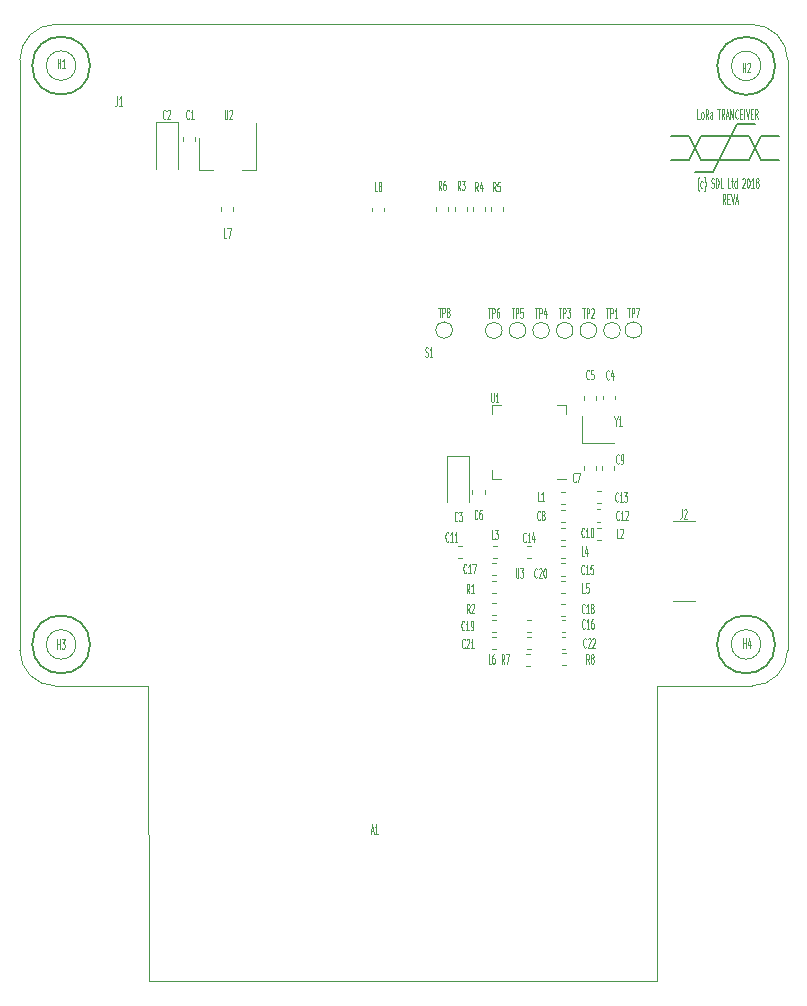
<source format=gbr>
G04 #@! TF.GenerationSoftware,KiCad,Pcbnew,5.0.1-33cea8e~68~ubuntu18.04.1*
G04 #@! TF.CreationDate,2019-02-10T11:00:50+00:00*
G04 #@! TF.ProjectId,LoRa-hat,4C6F52612D6861742E6B696361645F70,rev?*
G04 #@! TF.SameCoordinates,Original*
G04 #@! TF.FileFunction,Legend,Top*
G04 #@! TF.FilePolarity,Positive*
%FSLAX46Y46*%
G04 Gerber Fmt 4.6, Leading zero omitted, Abs format (unit mm)*
G04 Created by KiCad (PCBNEW 5.0.1-33cea8e~68~ubuntu18.04.1) date Sun 10 Feb 2019 11:00:50 GMT*
%MOMM*%
%LPD*%
G01*
G04 APERTURE LIST*
%ADD10C,0.100000*%
%ADD11C,0.120000*%
%ADD12C,0.150000*%
G04 APERTURE END LIST*
D10*
X138290000Y-76011904D02*
X138156666Y-75630952D01*
X138061428Y-76011904D02*
X138061428Y-75211904D01*
X138213809Y-75211904D01*
X138251904Y-75250000D01*
X138270952Y-75288095D01*
X138290000Y-75364285D01*
X138290000Y-75478571D01*
X138270952Y-75554761D01*
X138251904Y-75592857D01*
X138213809Y-75630952D01*
X138061428Y-75630952D01*
X138461428Y-75592857D02*
X138594761Y-75592857D01*
X138651904Y-76011904D02*
X138461428Y-76011904D01*
X138461428Y-75211904D01*
X138651904Y-75211904D01*
X138766190Y-75211904D02*
X138899523Y-76011904D01*
X139032857Y-75211904D01*
X139147142Y-75783333D02*
X139337619Y-75783333D01*
X139109047Y-76011904D02*
X139242380Y-75211904D01*
X139375714Y-76011904D01*
X89440000Y-116820000D02*
X89500000Y-141840000D01*
X132500000Y-141850000D02*
X89500000Y-141840000D01*
X132500000Y-116830000D02*
X132500000Y-141850000D01*
X132500000Y-116830000D02*
X140546356Y-116830000D01*
X81530000Y-116820000D02*
X89440000Y-116820000D01*
X81546356Y-116817611D02*
G75*
G02X78546356Y-113817611I0J3000000D01*
G01*
X143546351Y-113822847D02*
G75*
G02X140546356Y-116817611I-2999995J5236D01*
G01*
X136107619Y-68811904D02*
X135917142Y-68811904D01*
X135917142Y-68011904D01*
X136298095Y-68811904D02*
X136260000Y-68773809D01*
X136240952Y-68735714D01*
X136221904Y-68659523D01*
X136221904Y-68430952D01*
X136240952Y-68354761D01*
X136260000Y-68316666D01*
X136298095Y-68278571D01*
X136355238Y-68278571D01*
X136393333Y-68316666D01*
X136412380Y-68354761D01*
X136431428Y-68430952D01*
X136431428Y-68659523D01*
X136412380Y-68735714D01*
X136393333Y-68773809D01*
X136355238Y-68811904D01*
X136298095Y-68811904D01*
X136831428Y-68811904D02*
X136698095Y-68430952D01*
X136602857Y-68811904D02*
X136602857Y-68011904D01*
X136755238Y-68011904D01*
X136793333Y-68050000D01*
X136812380Y-68088095D01*
X136831428Y-68164285D01*
X136831428Y-68278571D01*
X136812380Y-68354761D01*
X136793333Y-68392857D01*
X136755238Y-68430952D01*
X136602857Y-68430952D01*
X137174285Y-68811904D02*
X137174285Y-68392857D01*
X137155238Y-68316666D01*
X137117142Y-68278571D01*
X137040952Y-68278571D01*
X137002857Y-68316666D01*
X137174285Y-68773809D02*
X137136190Y-68811904D01*
X137040952Y-68811904D01*
X137002857Y-68773809D01*
X136983809Y-68697619D01*
X136983809Y-68621428D01*
X137002857Y-68545238D01*
X137040952Y-68507142D01*
X137136190Y-68507142D01*
X137174285Y-68469047D01*
X137612380Y-68011904D02*
X137840952Y-68011904D01*
X137726666Y-68811904D02*
X137726666Y-68011904D01*
X138202857Y-68811904D02*
X138069523Y-68430952D01*
X137974285Y-68811904D02*
X137974285Y-68011904D01*
X138126666Y-68011904D01*
X138164761Y-68050000D01*
X138183809Y-68088095D01*
X138202857Y-68164285D01*
X138202857Y-68278571D01*
X138183809Y-68354761D01*
X138164761Y-68392857D01*
X138126666Y-68430952D01*
X137974285Y-68430952D01*
X138355238Y-68583333D02*
X138545714Y-68583333D01*
X138317142Y-68811904D02*
X138450476Y-68011904D01*
X138583809Y-68811904D01*
X138717142Y-68811904D02*
X138717142Y-68011904D01*
X138945714Y-68811904D01*
X138945714Y-68011904D01*
X139364761Y-68735714D02*
X139345714Y-68773809D01*
X139288571Y-68811904D01*
X139250476Y-68811904D01*
X139193333Y-68773809D01*
X139155238Y-68697619D01*
X139136190Y-68621428D01*
X139117142Y-68469047D01*
X139117142Y-68354761D01*
X139136190Y-68202380D01*
X139155238Y-68126190D01*
X139193333Y-68050000D01*
X139250476Y-68011904D01*
X139288571Y-68011904D01*
X139345714Y-68050000D01*
X139364761Y-68088095D01*
X139536190Y-68392857D02*
X139669523Y-68392857D01*
X139726666Y-68811904D02*
X139536190Y-68811904D01*
X139536190Y-68011904D01*
X139726666Y-68011904D01*
X139898095Y-68811904D02*
X139898095Y-68011904D01*
X140031428Y-68011904D02*
X140164761Y-68811904D01*
X140298095Y-68011904D01*
X140431428Y-68392857D02*
X140564761Y-68392857D01*
X140621904Y-68811904D02*
X140431428Y-68811904D01*
X140431428Y-68011904D01*
X140621904Y-68011904D01*
X141021904Y-68811904D02*
X140888571Y-68430952D01*
X140793333Y-68811904D02*
X140793333Y-68011904D01*
X140945714Y-68011904D01*
X140983809Y-68050000D01*
X141002857Y-68088095D01*
X141021904Y-68164285D01*
X141021904Y-68278571D01*
X141002857Y-68354761D01*
X140983809Y-68392857D01*
X140945714Y-68430952D01*
X140793333Y-68430952D01*
X78546356Y-63817611D02*
X78546356Y-113817611D01*
X78546356Y-63817611D02*
G75*
G02X81546356Y-60817611I3000000J0D01*
G01*
X140546356Y-60817611D02*
X81546356Y-60817611D01*
X140546356Y-60817611D02*
G75*
G02X143546356Y-63817611I0J-3000000D01*
G01*
X143546356Y-113817611D02*
X143546356Y-63817611D01*
D11*
G04 #@! TO.C,U1*
X124000000Y-99290000D02*
X124750000Y-99290000D01*
X118530000Y-93070000D02*
X118530000Y-93820000D01*
X119280000Y-93070000D02*
X118530000Y-93070000D01*
X124750000Y-93070000D02*
X124750000Y-93820000D01*
X124000000Y-93070000D02*
X124750000Y-93070000D01*
X118530000Y-99290000D02*
X118530000Y-98540000D01*
X119280000Y-99290000D02*
X118530000Y-99290000D01*
G04 #@! TO.C,R4*
X116880000Y-76610279D02*
X116880000Y-76284721D01*
X117900000Y-76610279D02*
X117900000Y-76284721D01*
G04 #@! TO.C,R7*
X121387221Y-114090000D02*
X121712779Y-114090000D01*
X121387221Y-115110000D02*
X121712779Y-115110000D01*
G04 #@! TO.C,C3*
X114705000Y-97350000D02*
X114705000Y-101260000D01*
X116575000Y-97350000D02*
X114705000Y-97350000D01*
X116575000Y-101260000D02*
X116575000Y-97350000D01*
G04 #@! TO.C,C17*
X118554721Y-107430000D02*
X118880279Y-107430000D01*
X118554721Y-106410000D02*
X118880279Y-106410000D01*
G04 #@! TO.C,L8*
X109400000Y-76324721D02*
X109400000Y-76650279D01*
X108380000Y-76324721D02*
X108380000Y-76650279D01*
G04 #@! TO.C,J2*
X133850000Y-109615000D02*
X135730000Y-109615000D01*
X133850000Y-102905000D02*
X135730000Y-102905000D01*
G04 #@! TO.C,R2*
X118872779Y-110860000D02*
X118547221Y-110860000D01*
X118872779Y-109840000D02*
X118547221Y-109840000D01*
G04 #@! TO.C,R3*
X116380000Y-76610279D02*
X116380000Y-76284721D01*
X115360000Y-76610279D02*
X115360000Y-76284721D01*
G04 #@! TO.C,R5*
X119440000Y-76635279D02*
X119440000Y-76309721D01*
X118420000Y-76635279D02*
X118420000Y-76309721D01*
G04 #@! TO.C,R6*
X113810000Y-76590279D02*
X113810000Y-76264721D01*
X114830000Y-76590279D02*
X114830000Y-76264721D01*
G04 #@! TO.C,R8*
X124750279Y-114070000D02*
X124424721Y-114070000D01*
X124750279Y-115090000D02*
X124424721Y-115090000D01*
G04 #@! TO.C,R1*
X118870279Y-108980000D02*
X118544721Y-108980000D01*
X118870279Y-107960000D02*
X118544721Y-107960000D01*
G04 #@! TO.C,Y1*
X126160000Y-93990000D02*
X126160000Y-96290000D01*
X126160000Y-96290000D02*
X128860000Y-96290000D01*
G04 #@! TO.C,L7*
X96630000Y-76299721D02*
X96630000Y-76625279D01*
X95610000Y-76299721D02*
X95610000Y-76625279D01*
G04 #@! TO.C,TP5*
X121380000Y-86730000D02*
G75*
G03X121380000Y-86730000I-700000J0D01*
G01*
G04 #@! TO.C,TP4*
X123380000Y-86730000D02*
G75*
G03X123380000Y-86730000I-700000J0D01*
G01*
G04 #@! TO.C,TP3*
X125380000Y-86730000D02*
G75*
G03X125380000Y-86730000I-700000J0D01*
G01*
G04 #@! TO.C,TP2*
X127380000Y-86730000D02*
G75*
G03X127380000Y-86730000I-700000J0D01*
G01*
G04 #@! TO.C,TP8*
X115170000Y-86700000D02*
G75*
G03X115170000Y-86700000I-700000J0D01*
G01*
G04 #@! TO.C,TP7*
X131200000Y-86700000D02*
G75*
G03X131200000Y-86700000I-700000J0D01*
G01*
G04 #@! TO.C,TP6*
X119380000Y-86730000D02*
G75*
G03X119380000Y-86730000I-700000J0D01*
G01*
G04 #@! TO.C,TP1*
X129380000Y-86730000D02*
G75*
G03X129380000Y-86730000I-700000J0D01*
G01*
G04 #@! TO.C,C2*
X91925000Y-73030000D02*
X91925000Y-69120000D01*
X91925000Y-69120000D02*
X90055000Y-69120000D01*
X90055000Y-69120000D02*
X90055000Y-73030000D01*
G04 #@! TO.C,L5*
X124730279Y-107950000D02*
X124404721Y-107950000D01*
X124730279Y-108970000D02*
X124404721Y-108970000D01*
G04 #@! TO.C,L6*
X121484721Y-112650000D02*
X121810279Y-112650000D01*
X121484721Y-113670000D02*
X121810279Y-113670000D01*
G04 #@! TO.C,L4*
X124394721Y-105980000D02*
X124720279Y-105980000D01*
X124394721Y-104960000D02*
X124720279Y-104960000D01*
G04 #@! TO.C,L3*
X118584721Y-104970000D02*
X118910279Y-104970000D01*
X118584721Y-105990000D02*
X118910279Y-105990000D01*
G04 #@! TO.C,L1*
X124377221Y-101390000D02*
X124702779Y-101390000D01*
X124377221Y-100370000D02*
X124702779Y-100370000D01*
G04 #@! TO.C,L2*
X127750279Y-104450000D02*
X127424721Y-104450000D01*
X127750279Y-103430000D02*
X127424721Y-103430000D01*
G04 #@! TO.C,C21*
X118855279Y-112650000D02*
X118529721Y-112650000D01*
X118855279Y-113670000D02*
X118529721Y-113670000D01*
G04 #@! TO.C,C22*
X124414721Y-112670000D02*
X124740279Y-112670000D01*
X124414721Y-113690000D02*
X124740279Y-113690000D01*
G04 #@! TO.C,C11*
X115945279Y-104990000D02*
X115619721Y-104990000D01*
X115945279Y-106010000D02*
X115619721Y-106010000D01*
G04 #@! TO.C,C4*
X127940000Y-92572779D02*
X127940000Y-92247221D01*
X128960000Y-92572779D02*
X128960000Y-92247221D01*
G04 #@! TO.C,C5*
X127320000Y-92582779D02*
X127320000Y-92257221D01*
X126300000Y-92582779D02*
X126300000Y-92257221D01*
G04 #@! TO.C,C6*
X117890000Y-100234721D02*
X117890000Y-100560279D01*
X116870000Y-100234721D02*
X116870000Y-100560279D01*
G04 #@! TO.C,C7*
X126310000Y-98249721D02*
X126310000Y-98575279D01*
X127330000Y-98249721D02*
X127330000Y-98575279D01*
G04 #@! TO.C,C8*
X124710279Y-102920000D02*
X124384721Y-102920000D01*
X124710279Y-101900000D02*
X124384721Y-101900000D01*
G04 #@! TO.C,C9*
X127820000Y-98249721D02*
X127820000Y-98575279D01*
X128840000Y-98249721D02*
X128840000Y-98575279D01*
G04 #@! TO.C,C10*
X124384721Y-103430000D02*
X124710279Y-103430000D01*
X124384721Y-104450000D02*
X124710279Y-104450000D01*
G04 #@! TO.C,C1*
X92350000Y-70337221D02*
X92350000Y-70662779D01*
X93370000Y-70337221D02*
X93370000Y-70662779D01*
G04 #@! TO.C,C12*
X127374721Y-101890000D02*
X127700279Y-101890000D01*
X127374721Y-102910000D02*
X127700279Y-102910000D01*
G04 #@! TO.C,C13*
X127387221Y-101370000D02*
X127712779Y-101370000D01*
X127387221Y-100350000D02*
X127712779Y-100350000D01*
G04 #@! TO.C,C14*
X121484721Y-104970000D02*
X121810279Y-104970000D01*
X121484721Y-105990000D02*
X121810279Y-105990000D01*
G04 #@! TO.C,C15*
X124732779Y-106460000D02*
X124407221Y-106460000D01*
X124732779Y-107480000D02*
X124407221Y-107480000D01*
G04 #@! TO.C,C16*
X124414721Y-111240000D02*
X124740279Y-111240000D01*
X124414721Y-112260000D02*
X124740279Y-112260000D01*
G04 #@! TO.C,C18*
X124374721Y-109860000D02*
X124700279Y-109860000D01*
X124374721Y-110880000D02*
X124700279Y-110880000D01*
G04 #@! TO.C,C19*
X118872779Y-111240000D02*
X118547221Y-111240000D01*
X118872779Y-112260000D02*
X118547221Y-112260000D01*
G04 #@! TO.C,C20*
X121477221Y-111210000D02*
X121802779Y-111210000D01*
X121477221Y-112230000D02*
X121802779Y-112230000D01*
G04 #@! TO.C,U2*
X94940000Y-73150000D02*
X93740000Y-73150000D01*
X93740000Y-73150000D02*
X93740000Y-70450000D01*
X98540000Y-69150000D02*
X98540000Y-73150000D01*
X98540000Y-73150000D02*
X97340000Y-73150000D01*
D12*
G04 #@! TO.C,H4*
X142480000Y-113310000D02*
G75*
G03X142480000Y-113310000I-2450000J0D01*
G01*
G04 #@! TO.C,H3*
X84490000Y-113320000D02*
G75*
G03X84490000Y-113320000I-2450000J0D01*
G01*
G04 #@! TO.C,H2*
X142490000Y-64330000D02*
G75*
G03X142490000Y-64330000I-2450000J0D01*
G01*
G04 #@! TO.C,H1*
X84490000Y-64310000D02*
G75*
G03X84490000Y-64310000I-2450000J0D01*
G01*
G04 #@! TO.C,(c) SDL Ltd 2018*
X137276000Y-73338000D02*
X135752000Y-73338000D01*
X138292000Y-71306000D02*
X137276000Y-73338000D01*
X139308000Y-69274000D02*
X140832000Y-69274000D01*
X138292000Y-71306000D02*
X139308000Y-69274000D01*
X141340000Y-72322000D02*
X142864000Y-72322000D01*
X140832000Y-71306000D02*
X141340000Y-72322000D01*
X141340000Y-70290000D02*
X142864000Y-70290000D01*
X140832000Y-71306000D02*
X141340000Y-70290000D01*
X135244000Y-72322000D02*
X133720000Y-72322000D01*
X135752000Y-71306000D02*
X135244000Y-72322000D01*
X135244000Y-70290000D02*
X133720000Y-70290000D01*
X135752000Y-71306000D02*
X135244000Y-70290000D01*
X135752000Y-71306000D02*
X136260000Y-70290000D01*
X136260000Y-72322000D02*
X135752000Y-71306000D01*
X140324000Y-72322000D02*
X136260000Y-72322000D01*
X140832000Y-71306000D02*
X140324000Y-72322000D01*
X140324000Y-70290000D02*
X140832000Y-71306000D01*
X136260000Y-70290000D02*
X140324000Y-70290000D01*
G04 #@! TD*
D10*
G04 #@! TO.C,H4*
X141280000Y-113310000D02*
G75*
G03X141280000Y-113310000I-1250000J0D01*
G01*
G04 #@! TD*
G04 #@! TO.C,H3*
X83290000Y-113320000D02*
G75*
G03X83290000Y-113320000I-1250000J0D01*
G01*
G04 #@! TD*
G04 #@! TO.C,H2*
X141290000Y-64330000D02*
G75*
G03X141290000Y-64330000I-1250000J0D01*
G01*
G04 #@! TD*
G04 #@! TO.C,H1*
X83290000Y-64310000D02*
G75*
G03X83290000Y-64310000I-1250000J0D01*
G01*
G04 #@! TD*
G04 #@! TO.C,U1*
X118445238Y-92011904D02*
X118445238Y-92659523D01*
X118464285Y-92735714D01*
X118483333Y-92773809D01*
X118521428Y-92811904D01*
X118597619Y-92811904D01*
X118635714Y-92773809D01*
X118654761Y-92735714D01*
X118673809Y-92659523D01*
X118673809Y-92011904D01*
X119073809Y-92811904D02*
X118845238Y-92811904D01*
X118959523Y-92811904D02*
X118959523Y-92011904D01*
X118921428Y-92126190D01*
X118883333Y-92202380D01*
X118845238Y-92240476D01*
G04 #@! TO.C,S1*
X112875238Y-88913809D02*
X112932380Y-88951904D01*
X113027619Y-88951904D01*
X113065714Y-88913809D01*
X113084761Y-88875714D01*
X113103809Y-88799523D01*
X113103809Y-88723333D01*
X113084761Y-88647142D01*
X113065714Y-88609047D01*
X113027619Y-88570952D01*
X112951428Y-88532857D01*
X112913333Y-88494761D01*
X112894285Y-88456666D01*
X112875238Y-88380476D01*
X112875238Y-88304285D01*
X112894285Y-88228095D01*
X112913333Y-88190000D01*
X112951428Y-88151904D01*
X113046666Y-88151904D01*
X113103809Y-88190000D01*
X113484761Y-88951904D02*
X113256190Y-88951904D01*
X113370476Y-88951904D02*
X113370476Y-88151904D01*
X113332380Y-88266190D01*
X113294285Y-88342380D01*
X113256190Y-88380476D01*
G04 #@! TO.C,R4*
X117333333Y-74961904D02*
X117200000Y-74580952D01*
X117104761Y-74961904D02*
X117104761Y-74161904D01*
X117257142Y-74161904D01*
X117295238Y-74200000D01*
X117314285Y-74238095D01*
X117333333Y-74314285D01*
X117333333Y-74428571D01*
X117314285Y-74504761D01*
X117295238Y-74542857D01*
X117257142Y-74580952D01*
X117104761Y-74580952D01*
X117676190Y-74428571D02*
X117676190Y-74961904D01*
X117580952Y-74123809D02*
X117485714Y-74695238D01*
X117733333Y-74695238D01*
G04 #@! TO.C,R7*
X119573333Y-114941904D02*
X119440000Y-114560952D01*
X119344761Y-114941904D02*
X119344761Y-114141904D01*
X119497142Y-114141904D01*
X119535238Y-114180000D01*
X119554285Y-114218095D01*
X119573333Y-114294285D01*
X119573333Y-114408571D01*
X119554285Y-114484761D01*
X119535238Y-114522857D01*
X119497142Y-114560952D01*
X119344761Y-114560952D01*
X119706666Y-114141904D02*
X119973333Y-114141904D01*
X119801904Y-114941904D01*
G04 #@! TO.C,C3*
X115603333Y-102795714D02*
X115584285Y-102833809D01*
X115527142Y-102871904D01*
X115489047Y-102871904D01*
X115431904Y-102833809D01*
X115393809Y-102757619D01*
X115374761Y-102681428D01*
X115355714Y-102529047D01*
X115355714Y-102414761D01*
X115374761Y-102262380D01*
X115393809Y-102186190D01*
X115431904Y-102110000D01*
X115489047Y-102071904D01*
X115527142Y-102071904D01*
X115584285Y-102110000D01*
X115603333Y-102148095D01*
X115736666Y-102071904D02*
X115984285Y-102071904D01*
X115850952Y-102376666D01*
X115908095Y-102376666D01*
X115946190Y-102414761D01*
X115965238Y-102452857D01*
X115984285Y-102529047D01*
X115984285Y-102719523D01*
X115965238Y-102795714D01*
X115946190Y-102833809D01*
X115908095Y-102871904D01*
X115793809Y-102871904D01*
X115755714Y-102833809D01*
X115736666Y-102795714D01*
G04 #@! TO.C,C17*
X116352857Y-107225714D02*
X116333809Y-107263809D01*
X116276666Y-107301904D01*
X116238571Y-107301904D01*
X116181428Y-107263809D01*
X116143333Y-107187619D01*
X116124285Y-107111428D01*
X116105238Y-106959047D01*
X116105238Y-106844761D01*
X116124285Y-106692380D01*
X116143333Y-106616190D01*
X116181428Y-106540000D01*
X116238571Y-106501904D01*
X116276666Y-106501904D01*
X116333809Y-106540000D01*
X116352857Y-106578095D01*
X116733809Y-107301904D02*
X116505238Y-107301904D01*
X116619523Y-107301904D02*
X116619523Y-106501904D01*
X116581428Y-106616190D01*
X116543333Y-106692380D01*
X116505238Y-106730476D01*
X116867142Y-106501904D02*
X117133809Y-106501904D01*
X116962380Y-107301904D01*
G04 #@! TO.C,L8*
X108803333Y-74921904D02*
X108612857Y-74921904D01*
X108612857Y-74121904D01*
X108993809Y-74464761D02*
X108955714Y-74426666D01*
X108936666Y-74388571D01*
X108917619Y-74312380D01*
X108917619Y-74274285D01*
X108936666Y-74198095D01*
X108955714Y-74160000D01*
X108993809Y-74121904D01*
X109070000Y-74121904D01*
X109108095Y-74160000D01*
X109127142Y-74198095D01*
X109146190Y-74274285D01*
X109146190Y-74312380D01*
X109127142Y-74388571D01*
X109108095Y-74426666D01*
X109070000Y-74464761D01*
X108993809Y-74464761D01*
X108955714Y-74502857D01*
X108936666Y-74540952D01*
X108917619Y-74617142D01*
X108917619Y-74769523D01*
X108936666Y-74845714D01*
X108955714Y-74883809D01*
X108993809Y-74921904D01*
X109070000Y-74921904D01*
X109108095Y-74883809D01*
X109127142Y-74845714D01*
X109146190Y-74769523D01*
X109146190Y-74617142D01*
X109127142Y-74540952D01*
X109108095Y-74502857D01*
X109070000Y-74464761D01*
G04 #@! TO.C,A1*
X108284285Y-129113333D02*
X108474761Y-129113333D01*
X108246190Y-129341904D02*
X108379523Y-128541904D01*
X108512857Y-129341904D01*
X108855714Y-129341904D02*
X108627142Y-129341904D01*
X108741428Y-129341904D02*
X108741428Y-128541904D01*
X108703333Y-128656190D01*
X108665238Y-128732380D01*
X108627142Y-128770476D01*
G04 #@! TO.C,J2*
X134596666Y-101861904D02*
X134596666Y-102433333D01*
X134577619Y-102547619D01*
X134539523Y-102623809D01*
X134482380Y-102661904D01*
X134444285Y-102661904D01*
X134768095Y-101938095D02*
X134787142Y-101900000D01*
X134825238Y-101861904D01*
X134920476Y-101861904D01*
X134958571Y-101900000D01*
X134977619Y-101938095D01*
X134996666Y-102014285D01*
X134996666Y-102090476D01*
X134977619Y-102204761D01*
X134749047Y-102661904D01*
X134996666Y-102661904D01*
G04 #@! TO.C,R2*
X116633333Y-110681904D02*
X116500000Y-110300952D01*
X116404761Y-110681904D02*
X116404761Y-109881904D01*
X116557142Y-109881904D01*
X116595238Y-109920000D01*
X116614285Y-109958095D01*
X116633333Y-110034285D01*
X116633333Y-110148571D01*
X116614285Y-110224761D01*
X116595238Y-110262857D01*
X116557142Y-110300952D01*
X116404761Y-110300952D01*
X116785714Y-109958095D02*
X116804761Y-109920000D01*
X116842857Y-109881904D01*
X116938095Y-109881904D01*
X116976190Y-109920000D01*
X116995238Y-109958095D01*
X117014285Y-110034285D01*
X117014285Y-110110476D01*
X116995238Y-110224761D01*
X116766666Y-110681904D01*
X117014285Y-110681904D01*
G04 #@! TO.C,R3*
X115833333Y-74861904D02*
X115700000Y-74480952D01*
X115604761Y-74861904D02*
X115604761Y-74061904D01*
X115757142Y-74061904D01*
X115795238Y-74100000D01*
X115814285Y-74138095D01*
X115833333Y-74214285D01*
X115833333Y-74328571D01*
X115814285Y-74404761D01*
X115795238Y-74442857D01*
X115757142Y-74480952D01*
X115604761Y-74480952D01*
X115966666Y-74061904D02*
X116214285Y-74061904D01*
X116080952Y-74366666D01*
X116138095Y-74366666D01*
X116176190Y-74404761D01*
X116195238Y-74442857D01*
X116214285Y-74519047D01*
X116214285Y-74709523D01*
X116195238Y-74785714D01*
X116176190Y-74823809D01*
X116138095Y-74861904D01*
X116023809Y-74861904D01*
X115985714Y-74823809D01*
X115966666Y-74785714D01*
G04 #@! TO.C,R5*
X118833333Y-74961904D02*
X118700000Y-74580952D01*
X118604761Y-74961904D02*
X118604761Y-74161904D01*
X118757142Y-74161904D01*
X118795238Y-74200000D01*
X118814285Y-74238095D01*
X118833333Y-74314285D01*
X118833333Y-74428571D01*
X118814285Y-74504761D01*
X118795238Y-74542857D01*
X118757142Y-74580952D01*
X118604761Y-74580952D01*
X119195238Y-74161904D02*
X119004761Y-74161904D01*
X118985714Y-74542857D01*
X119004761Y-74504761D01*
X119042857Y-74466666D01*
X119138095Y-74466666D01*
X119176190Y-74504761D01*
X119195238Y-74542857D01*
X119214285Y-74619047D01*
X119214285Y-74809523D01*
X119195238Y-74885714D01*
X119176190Y-74923809D01*
X119138095Y-74961904D01*
X119042857Y-74961904D01*
X119004761Y-74923809D01*
X118985714Y-74885714D01*
G04 #@! TO.C,R6*
X114233333Y-74861904D02*
X114100000Y-74480952D01*
X114004761Y-74861904D02*
X114004761Y-74061904D01*
X114157142Y-74061904D01*
X114195238Y-74100000D01*
X114214285Y-74138095D01*
X114233333Y-74214285D01*
X114233333Y-74328571D01*
X114214285Y-74404761D01*
X114195238Y-74442857D01*
X114157142Y-74480952D01*
X114004761Y-74480952D01*
X114576190Y-74061904D02*
X114500000Y-74061904D01*
X114461904Y-74100000D01*
X114442857Y-74138095D01*
X114404761Y-74252380D01*
X114385714Y-74404761D01*
X114385714Y-74709523D01*
X114404761Y-74785714D01*
X114423809Y-74823809D01*
X114461904Y-74861904D01*
X114538095Y-74861904D01*
X114576190Y-74823809D01*
X114595238Y-74785714D01*
X114614285Y-74709523D01*
X114614285Y-74519047D01*
X114595238Y-74442857D01*
X114576190Y-74404761D01*
X114538095Y-74366666D01*
X114461904Y-74366666D01*
X114423809Y-74404761D01*
X114404761Y-74442857D01*
X114385714Y-74519047D01*
G04 #@! TO.C,R8*
X126743333Y-114951904D02*
X126610000Y-114570952D01*
X126514761Y-114951904D02*
X126514761Y-114151904D01*
X126667142Y-114151904D01*
X126705238Y-114190000D01*
X126724285Y-114228095D01*
X126743333Y-114304285D01*
X126743333Y-114418571D01*
X126724285Y-114494761D01*
X126705238Y-114532857D01*
X126667142Y-114570952D01*
X126514761Y-114570952D01*
X126971904Y-114494761D02*
X126933809Y-114456666D01*
X126914761Y-114418571D01*
X126895714Y-114342380D01*
X126895714Y-114304285D01*
X126914761Y-114228095D01*
X126933809Y-114190000D01*
X126971904Y-114151904D01*
X127048095Y-114151904D01*
X127086190Y-114190000D01*
X127105238Y-114228095D01*
X127124285Y-114304285D01*
X127124285Y-114342380D01*
X127105238Y-114418571D01*
X127086190Y-114456666D01*
X127048095Y-114494761D01*
X126971904Y-114494761D01*
X126933809Y-114532857D01*
X126914761Y-114570952D01*
X126895714Y-114647142D01*
X126895714Y-114799523D01*
X126914761Y-114875714D01*
X126933809Y-114913809D01*
X126971904Y-114951904D01*
X127048095Y-114951904D01*
X127086190Y-114913809D01*
X127105238Y-114875714D01*
X127124285Y-114799523D01*
X127124285Y-114647142D01*
X127105238Y-114570952D01*
X127086190Y-114532857D01*
X127048095Y-114494761D01*
G04 #@! TO.C,R1*
X116613333Y-108961904D02*
X116480000Y-108580952D01*
X116384761Y-108961904D02*
X116384761Y-108161904D01*
X116537142Y-108161904D01*
X116575238Y-108200000D01*
X116594285Y-108238095D01*
X116613333Y-108314285D01*
X116613333Y-108428571D01*
X116594285Y-108504761D01*
X116575238Y-108542857D01*
X116537142Y-108580952D01*
X116384761Y-108580952D01*
X116994285Y-108961904D02*
X116765714Y-108961904D01*
X116880000Y-108961904D02*
X116880000Y-108161904D01*
X116841904Y-108276190D01*
X116803809Y-108352380D01*
X116765714Y-108390476D01*
G04 #@! TO.C,U3*
X120535238Y-106871904D02*
X120535238Y-107519523D01*
X120554285Y-107595714D01*
X120573333Y-107633809D01*
X120611428Y-107671904D01*
X120687619Y-107671904D01*
X120725714Y-107633809D01*
X120744761Y-107595714D01*
X120763809Y-107519523D01*
X120763809Y-106871904D01*
X120916190Y-106871904D02*
X121163809Y-106871904D01*
X121030476Y-107176666D01*
X121087619Y-107176666D01*
X121125714Y-107214761D01*
X121144761Y-107252857D01*
X121163809Y-107329047D01*
X121163809Y-107519523D01*
X121144761Y-107595714D01*
X121125714Y-107633809D01*
X121087619Y-107671904D01*
X120973333Y-107671904D01*
X120935238Y-107633809D01*
X120916190Y-107595714D01*
G04 #@! TO.C,Y1*
X129019523Y-94430952D02*
X129019523Y-94811904D01*
X128886190Y-94011904D02*
X129019523Y-94430952D01*
X129152857Y-94011904D01*
X129495714Y-94811904D02*
X129267142Y-94811904D01*
X129381428Y-94811904D02*
X129381428Y-94011904D01*
X129343333Y-94126190D01*
X129305238Y-94202380D01*
X129267142Y-94240476D01*
G04 #@! TO.C,L7*
X96033333Y-78871904D02*
X95842857Y-78871904D01*
X95842857Y-78071904D01*
X96128571Y-78071904D02*
X96395238Y-78071904D01*
X96223809Y-78871904D01*
G04 #@! TO.C,TP5*
X120175238Y-84843904D02*
X120403809Y-84843904D01*
X120289523Y-85643904D02*
X120289523Y-84843904D01*
X120537142Y-85643904D02*
X120537142Y-84843904D01*
X120689523Y-84843904D01*
X120727619Y-84882000D01*
X120746666Y-84920095D01*
X120765714Y-84996285D01*
X120765714Y-85110571D01*
X120746666Y-85186761D01*
X120727619Y-85224857D01*
X120689523Y-85262952D01*
X120537142Y-85262952D01*
X121127619Y-84843904D02*
X120937142Y-84843904D01*
X120918095Y-85224857D01*
X120937142Y-85186761D01*
X120975238Y-85148666D01*
X121070476Y-85148666D01*
X121108571Y-85186761D01*
X121127619Y-85224857D01*
X121146666Y-85301047D01*
X121146666Y-85491523D01*
X121127619Y-85567714D01*
X121108571Y-85605809D01*
X121070476Y-85643904D01*
X120975238Y-85643904D01*
X120937142Y-85605809D01*
X120918095Y-85567714D01*
G04 #@! TO.C,TP4*
X122175238Y-84843904D02*
X122403809Y-84843904D01*
X122289523Y-85643904D02*
X122289523Y-84843904D01*
X122537142Y-85643904D02*
X122537142Y-84843904D01*
X122689523Y-84843904D01*
X122727619Y-84882000D01*
X122746666Y-84920095D01*
X122765714Y-84996285D01*
X122765714Y-85110571D01*
X122746666Y-85186761D01*
X122727619Y-85224857D01*
X122689523Y-85262952D01*
X122537142Y-85262952D01*
X123108571Y-85110571D02*
X123108571Y-85643904D01*
X123013333Y-84805809D02*
X122918095Y-85377238D01*
X123165714Y-85377238D01*
G04 #@! TO.C,TP3*
X124175238Y-84843904D02*
X124403809Y-84843904D01*
X124289523Y-85643904D02*
X124289523Y-84843904D01*
X124537142Y-85643904D02*
X124537142Y-84843904D01*
X124689523Y-84843904D01*
X124727619Y-84882000D01*
X124746666Y-84920095D01*
X124765714Y-84996285D01*
X124765714Y-85110571D01*
X124746666Y-85186761D01*
X124727619Y-85224857D01*
X124689523Y-85262952D01*
X124537142Y-85262952D01*
X124899047Y-84843904D02*
X125146666Y-84843904D01*
X125013333Y-85148666D01*
X125070476Y-85148666D01*
X125108571Y-85186761D01*
X125127619Y-85224857D01*
X125146666Y-85301047D01*
X125146666Y-85491523D01*
X125127619Y-85567714D01*
X125108571Y-85605809D01*
X125070476Y-85643904D01*
X124956190Y-85643904D01*
X124918095Y-85605809D01*
X124899047Y-85567714D01*
G04 #@! TO.C,TP2*
X126175238Y-84843904D02*
X126403809Y-84843904D01*
X126289523Y-85643904D02*
X126289523Y-84843904D01*
X126537142Y-85643904D02*
X126537142Y-84843904D01*
X126689523Y-84843904D01*
X126727619Y-84882000D01*
X126746666Y-84920095D01*
X126765714Y-84996285D01*
X126765714Y-85110571D01*
X126746666Y-85186761D01*
X126727619Y-85224857D01*
X126689523Y-85262952D01*
X126537142Y-85262952D01*
X126918095Y-84920095D02*
X126937142Y-84882000D01*
X126975238Y-84843904D01*
X127070476Y-84843904D01*
X127108571Y-84882000D01*
X127127619Y-84920095D01*
X127146666Y-84996285D01*
X127146666Y-85072476D01*
X127127619Y-85186761D01*
X126899047Y-85643904D01*
X127146666Y-85643904D01*
G04 #@! TO.C,TP8*
X113965238Y-84813904D02*
X114193809Y-84813904D01*
X114079523Y-85613904D02*
X114079523Y-84813904D01*
X114327142Y-85613904D02*
X114327142Y-84813904D01*
X114479523Y-84813904D01*
X114517619Y-84852000D01*
X114536666Y-84890095D01*
X114555714Y-84966285D01*
X114555714Y-85080571D01*
X114536666Y-85156761D01*
X114517619Y-85194857D01*
X114479523Y-85232952D01*
X114327142Y-85232952D01*
X114784285Y-85156761D02*
X114746190Y-85118666D01*
X114727142Y-85080571D01*
X114708095Y-85004380D01*
X114708095Y-84966285D01*
X114727142Y-84890095D01*
X114746190Y-84852000D01*
X114784285Y-84813904D01*
X114860476Y-84813904D01*
X114898571Y-84852000D01*
X114917619Y-84890095D01*
X114936666Y-84966285D01*
X114936666Y-85004380D01*
X114917619Y-85080571D01*
X114898571Y-85118666D01*
X114860476Y-85156761D01*
X114784285Y-85156761D01*
X114746190Y-85194857D01*
X114727142Y-85232952D01*
X114708095Y-85309142D01*
X114708095Y-85461523D01*
X114727142Y-85537714D01*
X114746190Y-85575809D01*
X114784285Y-85613904D01*
X114860476Y-85613904D01*
X114898571Y-85575809D01*
X114917619Y-85537714D01*
X114936666Y-85461523D01*
X114936666Y-85309142D01*
X114917619Y-85232952D01*
X114898571Y-85194857D01*
X114860476Y-85156761D01*
G04 #@! TO.C,TP7*
X129995238Y-84813904D02*
X130223809Y-84813904D01*
X130109523Y-85613904D02*
X130109523Y-84813904D01*
X130357142Y-85613904D02*
X130357142Y-84813904D01*
X130509523Y-84813904D01*
X130547619Y-84852000D01*
X130566666Y-84890095D01*
X130585714Y-84966285D01*
X130585714Y-85080571D01*
X130566666Y-85156761D01*
X130547619Y-85194857D01*
X130509523Y-85232952D01*
X130357142Y-85232952D01*
X130719047Y-84813904D02*
X130985714Y-84813904D01*
X130814285Y-85613904D01*
G04 #@! TO.C,TP6*
X118175238Y-84843904D02*
X118403809Y-84843904D01*
X118289523Y-85643904D02*
X118289523Y-84843904D01*
X118537142Y-85643904D02*
X118537142Y-84843904D01*
X118689523Y-84843904D01*
X118727619Y-84882000D01*
X118746666Y-84920095D01*
X118765714Y-84996285D01*
X118765714Y-85110571D01*
X118746666Y-85186761D01*
X118727619Y-85224857D01*
X118689523Y-85262952D01*
X118537142Y-85262952D01*
X119108571Y-84843904D02*
X119032380Y-84843904D01*
X118994285Y-84882000D01*
X118975238Y-84920095D01*
X118937142Y-85034380D01*
X118918095Y-85186761D01*
X118918095Y-85491523D01*
X118937142Y-85567714D01*
X118956190Y-85605809D01*
X118994285Y-85643904D01*
X119070476Y-85643904D01*
X119108571Y-85605809D01*
X119127619Y-85567714D01*
X119146666Y-85491523D01*
X119146666Y-85301047D01*
X119127619Y-85224857D01*
X119108571Y-85186761D01*
X119070476Y-85148666D01*
X118994285Y-85148666D01*
X118956190Y-85186761D01*
X118937142Y-85224857D01*
X118918095Y-85301047D01*
G04 #@! TO.C,TP1*
X128175238Y-84843904D02*
X128403809Y-84843904D01*
X128289523Y-85643904D02*
X128289523Y-84843904D01*
X128537142Y-85643904D02*
X128537142Y-84843904D01*
X128689523Y-84843904D01*
X128727619Y-84882000D01*
X128746666Y-84920095D01*
X128765714Y-84996285D01*
X128765714Y-85110571D01*
X128746666Y-85186761D01*
X128727619Y-85224857D01*
X128689523Y-85262952D01*
X128537142Y-85262952D01*
X129146666Y-85643904D02*
X128918095Y-85643904D01*
X129032380Y-85643904D02*
X129032380Y-84843904D01*
X128994285Y-84958190D01*
X128956190Y-85034380D01*
X128918095Y-85072476D01*
G04 #@! TO.C,C2*
X90883333Y-68765714D02*
X90864285Y-68803809D01*
X90807142Y-68841904D01*
X90769047Y-68841904D01*
X90711904Y-68803809D01*
X90673809Y-68727619D01*
X90654761Y-68651428D01*
X90635714Y-68499047D01*
X90635714Y-68384761D01*
X90654761Y-68232380D01*
X90673809Y-68156190D01*
X90711904Y-68080000D01*
X90769047Y-68041904D01*
X90807142Y-68041904D01*
X90864285Y-68080000D01*
X90883333Y-68118095D01*
X91035714Y-68118095D02*
X91054761Y-68080000D01*
X91092857Y-68041904D01*
X91188095Y-68041904D01*
X91226190Y-68080000D01*
X91245238Y-68118095D01*
X91264285Y-68194285D01*
X91264285Y-68270476D01*
X91245238Y-68384761D01*
X91016666Y-68841904D01*
X91264285Y-68841904D01*
G04 #@! TO.C,L5*
X126373333Y-108941904D02*
X126182857Y-108941904D01*
X126182857Y-108141904D01*
X126697142Y-108141904D02*
X126506666Y-108141904D01*
X126487619Y-108522857D01*
X126506666Y-108484761D01*
X126544761Y-108446666D01*
X126640000Y-108446666D01*
X126678095Y-108484761D01*
X126697142Y-108522857D01*
X126716190Y-108599047D01*
X126716190Y-108789523D01*
X126697142Y-108865714D01*
X126678095Y-108903809D01*
X126640000Y-108941904D01*
X126544761Y-108941904D01*
X126506666Y-108903809D01*
X126487619Y-108865714D01*
G04 #@! TO.C,L6*
X118423333Y-114951904D02*
X118232857Y-114951904D01*
X118232857Y-114151904D01*
X118728095Y-114151904D02*
X118651904Y-114151904D01*
X118613809Y-114190000D01*
X118594761Y-114228095D01*
X118556666Y-114342380D01*
X118537619Y-114494761D01*
X118537619Y-114799523D01*
X118556666Y-114875714D01*
X118575714Y-114913809D01*
X118613809Y-114951904D01*
X118690000Y-114951904D01*
X118728095Y-114913809D01*
X118747142Y-114875714D01*
X118766190Y-114799523D01*
X118766190Y-114609047D01*
X118747142Y-114532857D01*
X118728095Y-114494761D01*
X118690000Y-114456666D01*
X118613809Y-114456666D01*
X118575714Y-114494761D01*
X118556666Y-114532857D01*
X118537619Y-114609047D01*
G04 #@! TO.C,L4*
X126303333Y-105811904D02*
X126112857Y-105811904D01*
X126112857Y-105011904D01*
X126608095Y-105278571D02*
X126608095Y-105811904D01*
X126512857Y-104973809D02*
X126417619Y-105545238D01*
X126665238Y-105545238D01*
G04 #@! TO.C,L3*
X118680833Y-104411904D02*
X118490357Y-104411904D01*
X118490357Y-103611904D01*
X118776071Y-103611904D02*
X119023690Y-103611904D01*
X118890357Y-103916666D01*
X118947500Y-103916666D01*
X118985595Y-103954761D01*
X119004642Y-103992857D01*
X119023690Y-104069047D01*
X119023690Y-104259523D01*
X119004642Y-104335714D01*
X118985595Y-104373809D01*
X118947500Y-104411904D01*
X118833214Y-104411904D01*
X118795119Y-104373809D01*
X118776071Y-104335714D01*
G04 #@! TO.C,L1*
X122595833Y-101181904D02*
X122405357Y-101181904D01*
X122405357Y-100381904D01*
X122938690Y-101181904D02*
X122710119Y-101181904D01*
X122824404Y-101181904D02*
X122824404Y-100381904D01*
X122786309Y-100496190D01*
X122748214Y-100572380D01*
X122710119Y-100610476D01*
G04 #@! TO.C,L2*
X129283333Y-104301904D02*
X129092857Y-104301904D01*
X129092857Y-103501904D01*
X129397619Y-103578095D02*
X129416666Y-103540000D01*
X129454761Y-103501904D01*
X129550000Y-103501904D01*
X129588095Y-103540000D01*
X129607142Y-103578095D01*
X129626190Y-103654285D01*
X129626190Y-103730476D01*
X129607142Y-103844761D01*
X129378571Y-104301904D01*
X129626190Y-104301904D01*
G04 #@! TO.C,C21*
X116225357Y-113565714D02*
X116206309Y-113603809D01*
X116149166Y-113641904D01*
X116111071Y-113641904D01*
X116053928Y-113603809D01*
X116015833Y-113527619D01*
X115996785Y-113451428D01*
X115977738Y-113299047D01*
X115977738Y-113184761D01*
X115996785Y-113032380D01*
X116015833Y-112956190D01*
X116053928Y-112880000D01*
X116111071Y-112841904D01*
X116149166Y-112841904D01*
X116206309Y-112880000D01*
X116225357Y-112918095D01*
X116377738Y-112918095D02*
X116396785Y-112880000D01*
X116434880Y-112841904D01*
X116530119Y-112841904D01*
X116568214Y-112880000D01*
X116587261Y-112918095D01*
X116606309Y-112994285D01*
X116606309Y-113070476D01*
X116587261Y-113184761D01*
X116358690Y-113641904D01*
X116606309Y-113641904D01*
X116987261Y-113641904D02*
X116758690Y-113641904D01*
X116872976Y-113641904D02*
X116872976Y-112841904D01*
X116834880Y-112956190D01*
X116796785Y-113032380D01*
X116758690Y-113070476D01*
G04 #@! TO.C,C22*
X126490857Y-113507714D02*
X126471809Y-113545809D01*
X126414666Y-113583904D01*
X126376571Y-113583904D01*
X126319428Y-113545809D01*
X126281333Y-113469619D01*
X126262285Y-113393428D01*
X126243238Y-113241047D01*
X126243238Y-113126761D01*
X126262285Y-112974380D01*
X126281333Y-112898190D01*
X126319428Y-112822000D01*
X126376571Y-112783904D01*
X126414666Y-112783904D01*
X126471809Y-112822000D01*
X126490857Y-112860095D01*
X126643238Y-112860095D02*
X126662285Y-112822000D01*
X126700380Y-112783904D01*
X126795619Y-112783904D01*
X126833714Y-112822000D01*
X126852761Y-112860095D01*
X126871809Y-112936285D01*
X126871809Y-113012476D01*
X126852761Y-113126761D01*
X126624190Y-113583904D01*
X126871809Y-113583904D01*
X127024190Y-112860095D02*
X127043238Y-112822000D01*
X127081333Y-112783904D01*
X127176571Y-112783904D01*
X127214666Y-112822000D01*
X127233714Y-112860095D01*
X127252761Y-112936285D01*
X127252761Y-113012476D01*
X127233714Y-113126761D01*
X127005142Y-113583904D01*
X127252761Y-113583904D01*
G04 #@! TO.C,C11*
X114832857Y-104525714D02*
X114813809Y-104563809D01*
X114756666Y-104601904D01*
X114718571Y-104601904D01*
X114661428Y-104563809D01*
X114623333Y-104487619D01*
X114604285Y-104411428D01*
X114585238Y-104259047D01*
X114585238Y-104144761D01*
X114604285Y-103992380D01*
X114623333Y-103916190D01*
X114661428Y-103840000D01*
X114718571Y-103801904D01*
X114756666Y-103801904D01*
X114813809Y-103840000D01*
X114832857Y-103878095D01*
X115213809Y-104601904D02*
X114985238Y-104601904D01*
X115099523Y-104601904D02*
X115099523Y-103801904D01*
X115061428Y-103916190D01*
X115023333Y-103992380D01*
X114985238Y-104030476D01*
X115594761Y-104601904D02*
X115366190Y-104601904D01*
X115480476Y-104601904D02*
X115480476Y-103801904D01*
X115442380Y-103916190D01*
X115404285Y-103992380D01*
X115366190Y-104030476D01*
G04 #@! TO.C,C4*
X128433333Y-90815714D02*
X128414285Y-90853809D01*
X128357142Y-90891904D01*
X128319047Y-90891904D01*
X128261904Y-90853809D01*
X128223809Y-90777619D01*
X128204761Y-90701428D01*
X128185714Y-90549047D01*
X128185714Y-90434761D01*
X128204761Y-90282380D01*
X128223809Y-90206190D01*
X128261904Y-90130000D01*
X128319047Y-90091904D01*
X128357142Y-90091904D01*
X128414285Y-90130000D01*
X128433333Y-90168095D01*
X128776190Y-90358571D02*
X128776190Y-90891904D01*
X128680952Y-90053809D02*
X128585714Y-90625238D01*
X128833333Y-90625238D01*
G04 #@! TO.C,C5*
X126753333Y-90803214D02*
X126734285Y-90841309D01*
X126677142Y-90879404D01*
X126639047Y-90879404D01*
X126581904Y-90841309D01*
X126543809Y-90765119D01*
X126524761Y-90688928D01*
X126505714Y-90536547D01*
X126505714Y-90422261D01*
X126524761Y-90269880D01*
X126543809Y-90193690D01*
X126581904Y-90117500D01*
X126639047Y-90079404D01*
X126677142Y-90079404D01*
X126734285Y-90117500D01*
X126753333Y-90155595D01*
X127115238Y-90079404D02*
X126924761Y-90079404D01*
X126905714Y-90460357D01*
X126924761Y-90422261D01*
X126962857Y-90384166D01*
X127058095Y-90384166D01*
X127096190Y-90422261D01*
X127115238Y-90460357D01*
X127134285Y-90536547D01*
X127134285Y-90727023D01*
X127115238Y-90803214D01*
X127096190Y-90841309D01*
X127058095Y-90879404D01*
X126962857Y-90879404D01*
X126924761Y-90841309D01*
X126905714Y-90803214D01*
G04 #@! TO.C,C6*
X117293333Y-102635714D02*
X117274285Y-102673809D01*
X117217142Y-102711904D01*
X117179047Y-102711904D01*
X117121904Y-102673809D01*
X117083809Y-102597619D01*
X117064761Y-102521428D01*
X117045714Y-102369047D01*
X117045714Y-102254761D01*
X117064761Y-102102380D01*
X117083809Y-102026190D01*
X117121904Y-101950000D01*
X117179047Y-101911904D01*
X117217142Y-101911904D01*
X117274285Y-101950000D01*
X117293333Y-101988095D01*
X117636190Y-101911904D02*
X117560000Y-101911904D01*
X117521904Y-101950000D01*
X117502857Y-101988095D01*
X117464761Y-102102380D01*
X117445714Y-102254761D01*
X117445714Y-102559523D01*
X117464761Y-102635714D01*
X117483809Y-102673809D01*
X117521904Y-102711904D01*
X117598095Y-102711904D01*
X117636190Y-102673809D01*
X117655238Y-102635714D01*
X117674285Y-102559523D01*
X117674285Y-102369047D01*
X117655238Y-102292857D01*
X117636190Y-102254761D01*
X117598095Y-102216666D01*
X117521904Y-102216666D01*
X117483809Y-102254761D01*
X117464761Y-102292857D01*
X117445714Y-102369047D01*
G04 #@! TO.C,C7*
X125613333Y-99485714D02*
X125594285Y-99523809D01*
X125537142Y-99561904D01*
X125499047Y-99561904D01*
X125441904Y-99523809D01*
X125403809Y-99447619D01*
X125384761Y-99371428D01*
X125365714Y-99219047D01*
X125365714Y-99104761D01*
X125384761Y-98952380D01*
X125403809Y-98876190D01*
X125441904Y-98800000D01*
X125499047Y-98761904D01*
X125537142Y-98761904D01*
X125594285Y-98800000D01*
X125613333Y-98838095D01*
X125746666Y-98761904D02*
X126013333Y-98761904D01*
X125841904Y-99561904D01*
G04 #@! TO.C,C8*
X122593333Y-102735714D02*
X122574285Y-102773809D01*
X122517142Y-102811904D01*
X122479047Y-102811904D01*
X122421904Y-102773809D01*
X122383809Y-102697619D01*
X122364761Y-102621428D01*
X122345714Y-102469047D01*
X122345714Y-102354761D01*
X122364761Y-102202380D01*
X122383809Y-102126190D01*
X122421904Y-102050000D01*
X122479047Y-102011904D01*
X122517142Y-102011904D01*
X122574285Y-102050000D01*
X122593333Y-102088095D01*
X122821904Y-102354761D02*
X122783809Y-102316666D01*
X122764761Y-102278571D01*
X122745714Y-102202380D01*
X122745714Y-102164285D01*
X122764761Y-102088095D01*
X122783809Y-102050000D01*
X122821904Y-102011904D01*
X122898095Y-102011904D01*
X122936190Y-102050000D01*
X122955238Y-102088095D01*
X122974285Y-102164285D01*
X122974285Y-102202380D01*
X122955238Y-102278571D01*
X122936190Y-102316666D01*
X122898095Y-102354761D01*
X122821904Y-102354761D01*
X122783809Y-102392857D01*
X122764761Y-102430952D01*
X122745714Y-102507142D01*
X122745714Y-102659523D01*
X122764761Y-102735714D01*
X122783809Y-102773809D01*
X122821904Y-102811904D01*
X122898095Y-102811904D01*
X122936190Y-102773809D01*
X122955238Y-102735714D01*
X122974285Y-102659523D01*
X122974285Y-102507142D01*
X122955238Y-102430952D01*
X122936190Y-102392857D01*
X122898095Y-102354761D01*
G04 #@! TO.C,C9*
X129273333Y-97945714D02*
X129254285Y-97983809D01*
X129197142Y-98021904D01*
X129159047Y-98021904D01*
X129101904Y-97983809D01*
X129063809Y-97907619D01*
X129044761Y-97831428D01*
X129025714Y-97679047D01*
X129025714Y-97564761D01*
X129044761Y-97412380D01*
X129063809Y-97336190D01*
X129101904Y-97260000D01*
X129159047Y-97221904D01*
X129197142Y-97221904D01*
X129254285Y-97260000D01*
X129273333Y-97298095D01*
X129463809Y-98021904D02*
X129540000Y-98021904D01*
X129578095Y-97983809D01*
X129597142Y-97945714D01*
X129635238Y-97831428D01*
X129654285Y-97679047D01*
X129654285Y-97374285D01*
X129635238Y-97298095D01*
X129616190Y-97260000D01*
X129578095Y-97221904D01*
X129501904Y-97221904D01*
X129463809Y-97260000D01*
X129444761Y-97298095D01*
X129425714Y-97374285D01*
X129425714Y-97564761D01*
X129444761Y-97640952D01*
X129463809Y-97679047D01*
X129501904Y-97717142D01*
X129578095Y-97717142D01*
X129616190Y-97679047D01*
X129635238Y-97640952D01*
X129654285Y-97564761D01*
G04 #@! TO.C,C10*
X126332857Y-104165714D02*
X126313809Y-104203809D01*
X126256666Y-104241904D01*
X126218571Y-104241904D01*
X126161428Y-104203809D01*
X126123333Y-104127619D01*
X126104285Y-104051428D01*
X126085238Y-103899047D01*
X126085238Y-103784761D01*
X126104285Y-103632380D01*
X126123333Y-103556190D01*
X126161428Y-103480000D01*
X126218571Y-103441904D01*
X126256666Y-103441904D01*
X126313809Y-103480000D01*
X126332857Y-103518095D01*
X126713809Y-104241904D02*
X126485238Y-104241904D01*
X126599523Y-104241904D02*
X126599523Y-103441904D01*
X126561428Y-103556190D01*
X126523333Y-103632380D01*
X126485238Y-103670476D01*
X126961428Y-103441904D02*
X126999523Y-103441904D01*
X127037619Y-103480000D01*
X127056666Y-103518095D01*
X127075714Y-103594285D01*
X127094761Y-103746666D01*
X127094761Y-103937142D01*
X127075714Y-104089523D01*
X127056666Y-104165714D01*
X127037619Y-104203809D01*
X126999523Y-104241904D01*
X126961428Y-104241904D01*
X126923333Y-104203809D01*
X126904285Y-104165714D01*
X126885238Y-104089523D01*
X126866190Y-103937142D01*
X126866190Y-103746666D01*
X126885238Y-103594285D01*
X126904285Y-103518095D01*
X126923333Y-103480000D01*
X126961428Y-103441904D01*
G04 #@! TO.C,C1*
X92873333Y-68765714D02*
X92854285Y-68803809D01*
X92797142Y-68841904D01*
X92759047Y-68841904D01*
X92701904Y-68803809D01*
X92663809Y-68727619D01*
X92644761Y-68651428D01*
X92625714Y-68499047D01*
X92625714Y-68384761D01*
X92644761Y-68232380D01*
X92663809Y-68156190D01*
X92701904Y-68080000D01*
X92759047Y-68041904D01*
X92797142Y-68041904D01*
X92854285Y-68080000D01*
X92873333Y-68118095D01*
X93254285Y-68841904D02*
X93025714Y-68841904D01*
X93140000Y-68841904D02*
X93140000Y-68041904D01*
X93101904Y-68156190D01*
X93063809Y-68232380D01*
X93025714Y-68270476D01*
G04 #@! TO.C,C12*
X129292857Y-102705714D02*
X129273809Y-102743809D01*
X129216666Y-102781904D01*
X129178571Y-102781904D01*
X129121428Y-102743809D01*
X129083333Y-102667619D01*
X129064285Y-102591428D01*
X129045238Y-102439047D01*
X129045238Y-102324761D01*
X129064285Y-102172380D01*
X129083333Y-102096190D01*
X129121428Y-102020000D01*
X129178571Y-101981904D01*
X129216666Y-101981904D01*
X129273809Y-102020000D01*
X129292857Y-102058095D01*
X129673809Y-102781904D02*
X129445238Y-102781904D01*
X129559523Y-102781904D02*
X129559523Y-101981904D01*
X129521428Y-102096190D01*
X129483333Y-102172380D01*
X129445238Y-102210476D01*
X129826190Y-102058095D02*
X129845238Y-102020000D01*
X129883333Y-101981904D01*
X129978571Y-101981904D01*
X130016666Y-102020000D01*
X130035714Y-102058095D01*
X130054761Y-102134285D01*
X130054761Y-102210476D01*
X130035714Y-102324761D01*
X129807142Y-102781904D01*
X130054761Y-102781904D01*
G04 #@! TO.C,C13*
X129192857Y-101165714D02*
X129173809Y-101203809D01*
X129116666Y-101241904D01*
X129078571Y-101241904D01*
X129021428Y-101203809D01*
X128983333Y-101127619D01*
X128964285Y-101051428D01*
X128945238Y-100899047D01*
X128945238Y-100784761D01*
X128964285Y-100632380D01*
X128983333Y-100556190D01*
X129021428Y-100480000D01*
X129078571Y-100441904D01*
X129116666Y-100441904D01*
X129173809Y-100480000D01*
X129192857Y-100518095D01*
X129573809Y-101241904D02*
X129345238Y-101241904D01*
X129459523Y-101241904D02*
X129459523Y-100441904D01*
X129421428Y-100556190D01*
X129383333Y-100632380D01*
X129345238Y-100670476D01*
X129707142Y-100441904D02*
X129954761Y-100441904D01*
X129821428Y-100746666D01*
X129878571Y-100746666D01*
X129916666Y-100784761D01*
X129935714Y-100822857D01*
X129954761Y-100899047D01*
X129954761Y-101089523D01*
X129935714Y-101165714D01*
X129916666Y-101203809D01*
X129878571Y-101241904D01*
X129764285Y-101241904D01*
X129726190Y-101203809D01*
X129707142Y-101165714D01*
G04 #@! TO.C,C14*
X121387857Y-104565714D02*
X121368809Y-104603809D01*
X121311666Y-104641904D01*
X121273571Y-104641904D01*
X121216428Y-104603809D01*
X121178333Y-104527619D01*
X121159285Y-104451428D01*
X121140238Y-104299047D01*
X121140238Y-104184761D01*
X121159285Y-104032380D01*
X121178333Y-103956190D01*
X121216428Y-103880000D01*
X121273571Y-103841904D01*
X121311666Y-103841904D01*
X121368809Y-103880000D01*
X121387857Y-103918095D01*
X121768809Y-104641904D02*
X121540238Y-104641904D01*
X121654523Y-104641904D02*
X121654523Y-103841904D01*
X121616428Y-103956190D01*
X121578333Y-104032380D01*
X121540238Y-104070476D01*
X122111666Y-104108571D02*
X122111666Y-104641904D01*
X122016428Y-103803809D02*
X121921190Y-104375238D01*
X122168809Y-104375238D01*
G04 #@! TO.C,C15*
X126322857Y-107295714D02*
X126303809Y-107333809D01*
X126246666Y-107371904D01*
X126208571Y-107371904D01*
X126151428Y-107333809D01*
X126113333Y-107257619D01*
X126094285Y-107181428D01*
X126075238Y-107029047D01*
X126075238Y-106914761D01*
X126094285Y-106762380D01*
X126113333Y-106686190D01*
X126151428Y-106610000D01*
X126208571Y-106571904D01*
X126246666Y-106571904D01*
X126303809Y-106610000D01*
X126322857Y-106648095D01*
X126703809Y-107371904D02*
X126475238Y-107371904D01*
X126589523Y-107371904D02*
X126589523Y-106571904D01*
X126551428Y-106686190D01*
X126513333Y-106762380D01*
X126475238Y-106800476D01*
X127065714Y-106571904D02*
X126875238Y-106571904D01*
X126856190Y-106952857D01*
X126875238Y-106914761D01*
X126913333Y-106876666D01*
X127008571Y-106876666D01*
X127046666Y-106914761D01*
X127065714Y-106952857D01*
X127084761Y-107029047D01*
X127084761Y-107219523D01*
X127065714Y-107295714D01*
X127046666Y-107333809D01*
X127008571Y-107371904D01*
X126913333Y-107371904D01*
X126875238Y-107333809D01*
X126856190Y-107295714D01*
G04 #@! TO.C,C16*
X126380357Y-111915714D02*
X126361309Y-111953809D01*
X126304166Y-111991904D01*
X126266071Y-111991904D01*
X126208928Y-111953809D01*
X126170833Y-111877619D01*
X126151785Y-111801428D01*
X126132738Y-111649047D01*
X126132738Y-111534761D01*
X126151785Y-111382380D01*
X126170833Y-111306190D01*
X126208928Y-111230000D01*
X126266071Y-111191904D01*
X126304166Y-111191904D01*
X126361309Y-111230000D01*
X126380357Y-111268095D01*
X126761309Y-111991904D02*
X126532738Y-111991904D01*
X126647023Y-111991904D02*
X126647023Y-111191904D01*
X126608928Y-111306190D01*
X126570833Y-111382380D01*
X126532738Y-111420476D01*
X127104166Y-111191904D02*
X127027976Y-111191904D01*
X126989880Y-111230000D01*
X126970833Y-111268095D01*
X126932738Y-111382380D01*
X126913690Y-111534761D01*
X126913690Y-111839523D01*
X126932738Y-111915714D01*
X126951785Y-111953809D01*
X126989880Y-111991904D01*
X127066071Y-111991904D01*
X127104166Y-111953809D01*
X127123214Y-111915714D01*
X127142261Y-111839523D01*
X127142261Y-111649047D01*
X127123214Y-111572857D01*
X127104166Y-111534761D01*
X127066071Y-111496666D01*
X126989880Y-111496666D01*
X126951785Y-111534761D01*
X126932738Y-111572857D01*
X126913690Y-111649047D01*
G04 #@! TO.C,C18*
X126367857Y-110605714D02*
X126348809Y-110643809D01*
X126291666Y-110681904D01*
X126253571Y-110681904D01*
X126196428Y-110643809D01*
X126158333Y-110567619D01*
X126139285Y-110491428D01*
X126120238Y-110339047D01*
X126120238Y-110224761D01*
X126139285Y-110072380D01*
X126158333Y-109996190D01*
X126196428Y-109920000D01*
X126253571Y-109881904D01*
X126291666Y-109881904D01*
X126348809Y-109920000D01*
X126367857Y-109958095D01*
X126748809Y-110681904D02*
X126520238Y-110681904D01*
X126634523Y-110681904D02*
X126634523Y-109881904D01*
X126596428Y-109996190D01*
X126558333Y-110072380D01*
X126520238Y-110110476D01*
X126977380Y-110224761D02*
X126939285Y-110186666D01*
X126920238Y-110148571D01*
X126901190Y-110072380D01*
X126901190Y-110034285D01*
X126920238Y-109958095D01*
X126939285Y-109920000D01*
X126977380Y-109881904D01*
X127053571Y-109881904D01*
X127091666Y-109920000D01*
X127110714Y-109958095D01*
X127129761Y-110034285D01*
X127129761Y-110072380D01*
X127110714Y-110148571D01*
X127091666Y-110186666D01*
X127053571Y-110224761D01*
X126977380Y-110224761D01*
X126939285Y-110262857D01*
X126920238Y-110300952D01*
X126901190Y-110377142D01*
X126901190Y-110529523D01*
X126920238Y-110605714D01*
X126939285Y-110643809D01*
X126977380Y-110681904D01*
X127053571Y-110681904D01*
X127091666Y-110643809D01*
X127110714Y-110605714D01*
X127129761Y-110529523D01*
X127129761Y-110377142D01*
X127110714Y-110300952D01*
X127091666Y-110262857D01*
X127053571Y-110224761D01*
G04 #@! TO.C,C19*
X116182857Y-112055714D02*
X116163809Y-112093809D01*
X116106666Y-112131904D01*
X116068571Y-112131904D01*
X116011428Y-112093809D01*
X115973333Y-112017619D01*
X115954285Y-111941428D01*
X115935238Y-111789047D01*
X115935238Y-111674761D01*
X115954285Y-111522380D01*
X115973333Y-111446190D01*
X116011428Y-111370000D01*
X116068571Y-111331904D01*
X116106666Y-111331904D01*
X116163809Y-111370000D01*
X116182857Y-111408095D01*
X116563809Y-112131904D02*
X116335238Y-112131904D01*
X116449523Y-112131904D02*
X116449523Y-111331904D01*
X116411428Y-111446190D01*
X116373333Y-111522380D01*
X116335238Y-111560476D01*
X116754285Y-112131904D02*
X116830476Y-112131904D01*
X116868571Y-112093809D01*
X116887619Y-112055714D01*
X116925714Y-111941428D01*
X116944761Y-111789047D01*
X116944761Y-111484285D01*
X116925714Y-111408095D01*
X116906666Y-111370000D01*
X116868571Y-111331904D01*
X116792380Y-111331904D01*
X116754285Y-111370000D01*
X116735238Y-111408095D01*
X116716190Y-111484285D01*
X116716190Y-111674761D01*
X116735238Y-111750952D01*
X116754285Y-111789047D01*
X116792380Y-111827142D01*
X116868571Y-111827142D01*
X116906666Y-111789047D01*
X116925714Y-111750952D01*
X116944761Y-111674761D01*
G04 #@! TO.C,C20*
X122342857Y-107595714D02*
X122323809Y-107633809D01*
X122266666Y-107671904D01*
X122228571Y-107671904D01*
X122171428Y-107633809D01*
X122133333Y-107557619D01*
X122114285Y-107481428D01*
X122095238Y-107329047D01*
X122095238Y-107214761D01*
X122114285Y-107062380D01*
X122133333Y-106986190D01*
X122171428Y-106910000D01*
X122228571Y-106871904D01*
X122266666Y-106871904D01*
X122323809Y-106910000D01*
X122342857Y-106948095D01*
X122495238Y-106948095D02*
X122514285Y-106910000D01*
X122552380Y-106871904D01*
X122647619Y-106871904D01*
X122685714Y-106910000D01*
X122704761Y-106948095D01*
X122723809Y-107024285D01*
X122723809Y-107100476D01*
X122704761Y-107214761D01*
X122476190Y-107671904D01*
X122723809Y-107671904D01*
X122971428Y-106871904D02*
X123009523Y-106871904D01*
X123047619Y-106910000D01*
X123066666Y-106948095D01*
X123085714Y-107024285D01*
X123104761Y-107176666D01*
X123104761Y-107367142D01*
X123085714Y-107519523D01*
X123066666Y-107595714D01*
X123047619Y-107633809D01*
X123009523Y-107671904D01*
X122971428Y-107671904D01*
X122933333Y-107633809D01*
X122914285Y-107595714D01*
X122895238Y-107519523D01*
X122876190Y-107367142D01*
X122876190Y-107176666D01*
X122895238Y-107024285D01*
X122914285Y-106948095D01*
X122933333Y-106910000D01*
X122971428Y-106871904D01*
G04 #@! TO.C,U2*
X95885238Y-68051904D02*
X95885238Y-68699523D01*
X95904285Y-68775714D01*
X95923333Y-68813809D01*
X95961428Y-68851904D01*
X96037619Y-68851904D01*
X96075714Y-68813809D01*
X96094761Y-68775714D01*
X96113809Y-68699523D01*
X96113809Y-68051904D01*
X96285238Y-68128095D02*
X96304285Y-68090000D01*
X96342380Y-68051904D01*
X96437619Y-68051904D01*
X96475714Y-68090000D01*
X96494761Y-68128095D01*
X96513809Y-68204285D01*
X96513809Y-68280476D01*
X96494761Y-68394761D01*
X96266190Y-68851904D01*
X96513809Y-68851904D01*
G04 #@! TO.C,H4*
X139795238Y-113591904D02*
X139795238Y-112791904D01*
X139795238Y-113172857D02*
X140023809Y-113172857D01*
X140023809Y-113591904D02*
X140023809Y-112791904D01*
X140385714Y-113058571D02*
X140385714Y-113591904D01*
X140290476Y-112753809D02*
X140195238Y-113325238D01*
X140442857Y-113325238D01*
G04 #@! TO.C,H3*
X81705238Y-113671904D02*
X81705238Y-112871904D01*
X81705238Y-113252857D02*
X81933809Y-113252857D01*
X81933809Y-113671904D02*
X81933809Y-112871904D01*
X82086190Y-112871904D02*
X82333809Y-112871904D01*
X82200476Y-113176666D01*
X82257619Y-113176666D01*
X82295714Y-113214761D01*
X82314761Y-113252857D01*
X82333809Y-113329047D01*
X82333809Y-113519523D01*
X82314761Y-113595714D01*
X82295714Y-113633809D01*
X82257619Y-113671904D01*
X82143333Y-113671904D01*
X82105238Y-113633809D01*
X82086190Y-113595714D01*
G04 #@! TO.C,H2*
X139745238Y-64891904D02*
X139745238Y-64091904D01*
X139745238Y-64472857D02*
X139973809Y-64472857D01*
X139973809Y-64891904D02*
X139973809Y-64091904D01*
X140145238Y-64168095D02*
X140164285Y-64130000D01*
X140202380Y-64091904D01*
X140297619Y-64091904D01*
X140335714Y-64130000D01*
X140354761Y-64168095D01*
X140373809Y-64244285D01*
X140373809Y-64320476D01*
X140354761Y-64434761D01*
X140126190Y-64891904D01*
X140373809Y-64891904D01*
G04 #@! TO.C,H1*
X81755238Y-64531904D02*
X81755238Y-63731904D01*
X81755238Y-64112857D02*
X81983809Y-64112857D01*
X81983809Y-64531904D02*
X81983809Y-63731904D01*
X82383809Y-64531904D02*
X82155238Y-64531904D01*
X82269523Y-64531904D02*
X82269523Y-63731904D01*
X82231428Y-63846190D01*
X82193333Y-63922380D01*
X82155238Y-63960476D01*
G04 #@! TO.C,J1*
X86796666Y-66901904D02*
X86796666Y-67473333D01*
X86777619Y-67587619D01*
X86739523Y-67663809D01*
X86682380Y-67701904D01*
X86644285Y-67701904D01*
X87196666Y-67701904D02*
X86968095Y-67701904D01*
X87082380Y-67701904D02*
X87082380Y-66901904D01*
X87044285Y-67016190D01*
X87006190Y-67092380D01*
X86968095Y-67130476D01*
G04 #@! TO.C,(c) SDL Ltd 2018*
X136042857Y-74936666D02*
X136023809Y-74898571D01*
X135985714Y-74784285D01*
X135966666Y-74708095D01*
X135947619Y-74593809D01*
X135928571Y-74403333D01*
X135928571Y-74250952D01*
X135947619Y-74060476D01*
X135966666Y-73946190D01*
X135985714Y-73870000D01*
X136023809Y-73755714D01*
X136042857Y-73717619D01*
X136366666Y-74593809D02*
X136328571Y-74631904D01*
X136252380Y-74631904D01*
X136214285Y-74593809D01*
X136195238Y-74555714D01*
X136176190Y-74479523D01*
X136176190Y-74250952D01*
X136195238Y-74174761D01*
X136214285Y-74136666D01*
X136252380Y-74098571D01*
X136328571Y-74098571D01*
X136366666Y-74136666D01*
X136500000Y-74936666D02*
X136519047Y-74898571D01*
X136557142Y-74784285D01*
X136576190Y-74708095D01*
X136595238Y-74593809D01*
X136614285Y-74403333D01*
X136614285Y-74250952D01*
X136595238Y-74060476D01*
X136576190Y-73946190D01*
X136557142Y-73870000D01*
X136519047Y-73755714D01*
X136500000Y-73717619D01*
X137090476Y-74593809D02*
X137147619Y-74631904D01*
X137242857Y-74631904D01*
X137280952Y-74593809D01*
X137300000Y-74555714D01*
X137319047Y-74479523D01*
X137319047Y-74403333D01*
X137300000Y-74327142D01*
X137280952Y-74289047D01*
X137242857Y-74250952D01*
X137166666Y-74212857D01*
X137128571Y-74174761D01*
X137109523Y-74136666D01*
X137090476Y-74060476D01*
X137090476Y-73984285D01*
X137109523Y-73908095D01*
X137128571Y-73870000D01*
X137166666Y-73831904D01*
X137261904Y-73831904D01*
X137319047Y-73870000D01*
X137490476Y-74631904D02*
X137490476Y-73831904D01*
X137585714Y-73831904D01*
X137642857Y-73870000D01*
X137680952Y-73946190D01*
X137700000Y-74022380D01*
X137719047Y-74174761D01*
X137719047Y-74289047D01*
X137700000Y-74441428D01*
X137680952Y-74517619D01*
X137642857Y-74593809D01*
X137585714Y-74631904D01*
X137490476Y-74631904D01*
X138080952Y-74631904D02*
X137890476Y-74631904D01*
X137890476Y-73831904D01*
X138709523Y-74631904D02*
X138519047Y-74631904D01*
X138519047Y-73831904D01*
X138785714Y-74098571D02*
X138938095Y-74098571D01*
X138842857Y-73831904D02*
X138842857Y-74517619D01*
X138861904Y-74593809D01*
X138900000Y-74631904D01*
X138938095Y-74631904D01*
X139242857Y-74631904D02*
X139242857Y-73831904D01*
X139242857Y-74593809D02*
X139204761Y-74631904D01*
X139128571Y-74631904D01*
X139090476Y-74593809D01*
X139071428Y-74555714D01*
X139052380Y-74479523D01*
X139052380Y-74250952D01*
X139071428Y-74174761D01*
X139090476Y-74136666D01*
X139128571Y-74098571D01*
X139204761Y-74098571D01*
X139242857Y-74136666D01*
X139719047Y-73908095D02*
X139738095Y-73870000D01*
X139776190Y-73831904D01*
X139871428Y-73831904D01*
X139909523Y-73870000D01*
X139928571Y-73908095D01*
X139947619Y-73984285D01*
X139947619Y-74060476D01*
X139928571Y-74174761D01*
X139700000Y-74631904D01*
X139947619Y-74631904D01*
X140195238Y-73831904D02*
X140233333Y-73831904D01*
X140271428Y-73870000D01*
X140290476Y-73908095D01*
X140309523Y-73984285D01*
X140328571Y-74136666D01*
X140328571Y-74327142D01*
X140309523Y-74479523D01*
X140290476Y-74555714D01*
X140271428Y-74593809D01*
X140233333Y-74631904D01*
X140195238Y-74631904D01*
X140157142Y-74593809D01*
X140138095Y-74555714D01*
X140119047Y-74479523D01*
X140100000Y-74327142D01*
X140100000Y-74136666D01*
X140119047Y-73984285D01*
X140138095Y-73908095D01*
X140157142Y-73870000D01*
X140195238Y-73831904D01*
X140709523Y-74631904D02*
X140480952Y-74631904D01*
X140595238Y-74631904D02*
X140595238Y-73831904D01*
X140557142Y-73946190D01*
X140519047Y-74022380D01*
X140480952Y-74060476D01*
X140938095Y-74174761D02*
X140900000Y-74136666D01*
X140880952Y-74098571D01*
X140861904Y-74022380D01*
X140861904Y-73984285D01*
X140880952Y-73908095D01*
X140900000Y-73870000D01*
X140938095Y-73831904D01*
X141014285Y-73831904D01*
X141052380Y-73870000D01*
X141071428Y-73908095D01*
X141090476Y-73984285D01*
X141090476Y-74022380D01*
X141071428Y-74098571D01*
X141052380Y-74136666D01*
X141014285Y-74174761D01*
X140938095Y-74174761D01*
X140900000Y-74212857D01*
X140880952Y-74250952D01*
X140861904Y-74327142D01*
X140861904Y-74479523D01*
X140880952Y-74555714D01*
X140900000Y-74593809D01*
X140938095Y-74631904D01*
X141014285Y-74631904D01*
X141052380Y-74593809D01*
X141071428Y-74555714D01*
X141090476Y-74479523D01*
X141090476Y-74327142D01*
X141071428Y-74250952D01*
X141052380Y-74212857D01*
X141014285Y-74174761D01*
G04 #@! TD*
M02*

</source>
